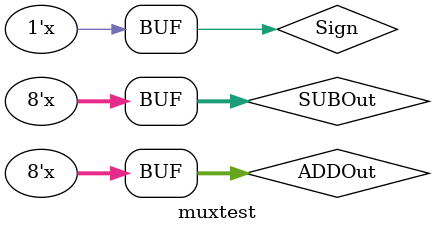
<source format=v>

module muxtest;
reg [7:0]ADDOut;
reg [7:0]SUBOut;
reg Sign;
wire [7:0]DataInB;

mux m(ADDOut,SUBOut,Sign,DataInB);
initial begin
ADDOut=8'd10;
SUBOut=8'd11;
Sign=1'b0;
end

always #5 ADDOut=~ADDOut;
always #10 SUBOut=~SUBOut;
always #16 Sign=~Sign;

endmodule

</source>
